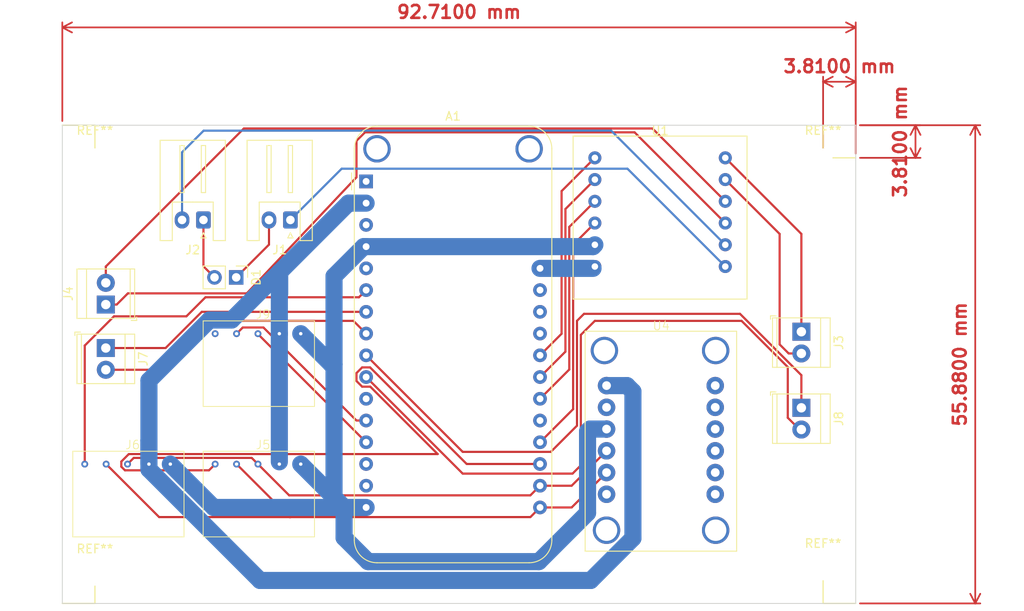
<source format=kicad_pcb>
(kicad_pcb (version 20221018) (generator pcbnew)
  (layers (0 "F.Cu" signal) (31 "B.Cu" signal) (34 "B.Paste" user) (35 "F.Paste" user) (36 "B.SilkS" user "B.Silkscreen") (37 "F.SilkS" user "F.Silkscreen") (38 "B.Mask" user) (39 "F.Mask" user) (44 "Edge.Cuts" user))
  (net 0 "")
  (net 2 "+3V3")
  (net 4 "GND")
  (net 6 "/INT")
  (net 7 "/ENCB_M2")
  (net 8 "/ENCA_M2")
  (net 9 "/ENCA_M1")
  (net 10 "/ENCB_M1")
  (net 12 "/SDA_2")
  (net 13 "/SCL_2")
  (net 16 "/SDA")
  (net 17 "/SCL")
  (net 18 "/PWM-M1")
  (net 19 "/DIR1-M1")
  (net 20 "/VbattMeas")
  (net 21 "/PWM-M2")
  (net 22 "/DIR1-M2")
  (net 23 "/RESET")
  (net 24 "/LED")
  (net 27 "/MCU_BAT+")
  (net 28 "Net-(D1-K)")
  (net 29 "/BATT+")
  (net 30 "/BATT_")
  (net 31 "Net-(D1-A)")
  (net 32 "/PWR_M1")
  (net 33 "/NEG_M1")
  (net 34 "/PWR_M2")
  (net 35 "/NEG_M2")
  (footprint "Connector_PinHeader_2.54mm:PinHeader_1x02_P2.54mm_Vertical" (layer "F.Cu") (at 119.38 83.82 -90)
    (fp_text reference "D1" (at 0 -2.33 90) (layer "F.SilkS"))
    (fp_text value "D")
    (fp_line (start -1.33 -1.33) (end 0 -1.33) (stroke (width 0.12)) (layer "F.SilkS"))
    (fp_line (start -1.33 0) (end -1.33 -1.33) (stroke (width 0.12)) (layer "F.SilkS"))
    (fp_line (start -1.33 1.27) (end -1.33 3.87) (stroke (width 0.12)) (layer "F.SilkS"))
    (fp_line (start -1.33 1.27) (end 1.33 1.27) (stroke (width 0.12)) (layer "F.SilkS"))
    (fp_line (start -1.33 3.87) (end 1.33 3.87) (stroke (width 0.12)) (layer "F.SilkS"))
    (fp_line (start 1.33 1.27) (end 1.33 3.87) (stroke (width 0.12)) (layer "F.SilkS"))
    (pad "1" thru_hole rect (at 0 0 270) (size 1.7 1.7) (drill 1) (layers "*.Cu" "*.Mask") (net 28 "Net-(D1-K)"))
    (pad "2" thru_hole oval (at 0 2.54 270) (size 1.7 1.7) (drill 1) (layers "*.Cu" "*.Mask") (net 31 "Net-(D1-A)"))
  )
  (footprint "MountingHole:MountingHole_2.2mm_M2" (layer "F.Cu") (at 187.96 118.11)
    (fp_text reference "REF**" (at 0 -3.2) (layer "F.SilkS"))
    (fp_text value "MountingHole_2.2mm_M2")
    (pad "" np_thru_hole circle (at 0 0) (size 2.2 2.2) (drill 2.2) (layers "*.Cu" "*.Mask"))
  )
  (footprint "380_footprint-lib:ICM-20948" (layer "F.Cu") (at 160.155 90.115)
    (fp_text reference "U4" (at 8.89 -0.635 unlocked) (layer "F.SilkS") (effects (font (thickness 0.1))))
    (fp_text value "ICM-20948-Adafruit")
    (fp_line (start 0 0) (end 17.7 0) (stroke (width 0.12)) (layer "F.SilkS"))
    (fp_line (start 0 25.7) (end 0 0) (stroke (width 0.12)) (layer "F.SilkS"))
    (fp_line (start 17.7 0) (end 17.7 25.7) (stroke (width 0.12)) (layer "F.SilkS"))
    (fp_line (start 17.7 25.7) (end 0 25.7) (stroke (width 0.12)) (layer "F.SilkS"))
    (pad "" np_thru_hole circle (at 2.25 2.25 270) (size 3.2 3.2) (drill 2.5) (layers "F&B.Cu" "*.Mask"))
    (pad "" np_thru_hole circle (at 2.5 23.25 270) (size 3.2 3.2) (drill 2.5) (layers "*.Cu" "*.Mask"))
    (pad "" np_thru_hole circle (at 15.25 2.25 270) (size 3.2 3.2) (drill 2.5) (layers "*.Cu" "*.Mask"))
    (pad "" np_thru_hole circle (at 15.25 23.25 270) (size 3.2 3.2) (drill 2.5) (layers "*.Cu" "*.Mask"))
    (pad "1" thru_hole circle (at 2.5 6.35) (size 2.04 2.04) (drill 1.02) (layers "*.Cu" "*.Mask") (net 2 "+3V3"))
    (pad "2" thru_hole circle (at 2.5 8.89) (size 2.04 2.04) (drill 1.02) (layers "*.Cu" "*.Mask"))
    (pad "3" thru_hole circle (at 2.5 11.43) (size 2.04 2.04) (drill 1.02) (layers "*.Cu" "*.Mask") (net 4 "GND"))
    (pad "4" thru_hole circle (at 2.5 13.97) (size 2.04 2.04) (drill 1.02) (layers "*.Cu" "*.Mask") (net 17 "/SCL"))
    (pad "5" thru_hole circle (at 2.5 16.51) (size 2.04 2.04) (drill 1.02) (layers "*.Cu" "*.Mask") (net 16 "/SDA"))
    (pad "6" thru_hole circle (at 2.5 19.05) (size 2.04 2.04) (drill 1.02) (layers "*.Cu" "*.Mask"))
    (pad "7" thru_hole circle (at 15.2 19.05) (size 2.04 2.04) (drill 1.02) (layers "*.Cu" "*.Mask"))
    (pad "8" thru_hole circle (at 15.2 16.51) (size 2.04 2.04) (drill 1.02) (layers "*.Cu" "*.Mask"))
    (pad "9" thru_hole circle (at 15.2 13.97) (size 2.04 2.04) (drill 1.02) (layers "*.Cu" "*.Mask"))
    (pad "10" thru_hole circle (at 15.2 11.43) (size 2.04 2.04) (drill 1.02) (layers "*.Cu" "*.Mask"))
    (pad "11" thru_hole circle (at 15.2 8.89) (size 2.04 2.04) (drill 1.02) (layers "*.Cu" "*.Mask"))
    (pad "12" thru_hole circle (at 15.2 6.35) (size 2.04 2.04) (drill 1.02) (layers "*.Cu" "*.Mask"))
  )
  (footprint "380_footprint-lib:Screw_terminal_TE_Connectivity" (layer "F.Cu") (at 104.14 86.995 90)
    (fp_text reference "J4" (at 1.27 -4.37 90) (layer "F.SilkS"))
    (fp_text value "Screw_Terminal_01x02")
    (fp_line (start -1.86 2.97) (end -1.86 3.61) (stroke (width 0.12)) (layer "F.SilkS"))
    (fp_line (start -1.86 3.61) (end -1.46 3.61) (stroke (width 0.12)) (layer "F.SilkS"))
    (fp_line (start -1.62 -3.37) (end -1.62 3.37) (stroke (width 0.12)) (layer "F.SilkS"))
    (fp_line (start -1.62 -3.37) (end 4.16 -3.37) (stroke (width 0.12)) (layer "F.SilkS"))
    (fp_line (start -1.62 -2.25) (end 4.16 -2.25) (stroke (width 0.12)) (layer "F.SilkS"))
    (fp_line (start -1.62 2.85) (end 4.16 2.85) (stroke (width 0.12)) (layer "F.SilkS"))
    (fp_line (start -1.62 3.37) (end 4.16 3.37) (stroke (width 0.12)) (layer "F.SilkS"))
    (fp_line (start 4.16 -3.37) (end 4.16 3.37) (stroke (width 0.12)) (layer "F.SilkS"))
    (pad "1" thru_hole rect (at 0 0 90) (size 2.1 2.1) (drill 1.1) (layers "*.Cu" "*.Mask") (net 35 "/NEG_M2"))
    (pad "2" thru_hole circle (at 2.54 0 90) (size 2.1 2.1) (drill 1.1) (layers "*.Cu" "*.Mask") (net 34 "/PWR_M2"))
  )
  (footprint "380_footprint-lib:JST_breakout" (layer "F.Cu") (at 115.52 88.9)
    (fp_text reference "J9" (at 7 -0.75 unlocked) (layer "F.SilkS") (effects (font (thickness 0.1))))
    (fp_text value "JST Breakout Board")
    (fp_line (start 0 0) (end 13 0) (stroke (width 0.1)) (layer "F.SilkS"))
    (fp_line (start 0 10) (end 0 0) (stroke (width 0.1)) (layer "F.SilkS"))
    (fp_line (start 13 0) (end 13 10) (stroke (width 0.1)) (layer "F.SilkS"))
    (fp_line (start 13 10) (end 0 10) (stroke (width 0.1)) (layer "F.SilkS"))
    (pad "1" thru_hole circle (at 1.4 1.5 90) (size 0.8 0.8) (drill 0.4) (layers "*.Cu" "*.Mask"))
    (pad "2" thru_hole circle (at 3.9 1.5 90) (size 0.8 0.8) (drill 0.4) (layers "*.Cu" "*.Mask") (net 12 "/SDA_2"))
    (pad "3" thru_hole circle (at 6.4 1.5 90) (size 0.8 0.8) (drill 0.4) (layers "*.Cu" "*.Mask") (net 13 "/SCL_2"))
    (pad "4" thru_hole circle (at 8.9 1.5 90) (size 0.8 0.8) (drill 0.4) (layers "*.Cu" "*.Mask") (net 2 "+3V3"))
    (pad "5" thru_hole circle (at 11.4 1.5 90) (size 0.8 0.8) (drill 0.4) (layers "*.Cu" "*.Mask") (net 4 "GND"))
  )
  (footprint "380_footprint-lib:DRI0044" (layer "F.Cu") (at 168.91 69.85)
    (fp_text reference "U1" (at 0 -3.175 unlocked) (layer "F.SilkS"))
    (fp_text value "TB6612FNG-Breakout")
    (fp_line (start -10.16 -2.54) (end 10.16 -2.54) (stroke (width 0.12)) (layer "F.SilkS"))
    (fp_line (start -10.16 16.51) (end -10.16 -2.54) (stroke (width 0.12)) (layer "F.SilkS"))
    (fp_line (start 0 -2.54) (end -10.16 -2.54) (stroke (width 0.12)) (layer "F.SilkS"))
    (fp_line (start 10.16 -2.54) (end 10.16 16.51) (stroke (width 0.12)) (layer "F.SilkS"))
    (fp_line (start 10.16 16.51) (end -10.16 16.51) (stroke (width 0.12)) (layer "F.SilkS"))
    (pad "1" thru_hole circle (at -7.62 0) (size 1.524 1.524) (drill 0.762) (layers "*.Cu" "*.Mask") (net 19 "/DIR1-M1"))
    (pad "2" thru_hole circle (at -7.62 2.54) (size 1.524 1.524) (drill 0.762) (layers "*.Cu" "*.Mask") (net 18 "/PWM-M1"))
    (pad "3" thru_hole circle (at -7.62 5.08) (size 1.524 1.524) (drill 0.762) (layers "*.Cu" "*.Mask") (net 21 "/PWM-M2"))
    (pad "4" thru_hole circle (at -7.62 7.62) (size 1.524 1.524) (drill 0.762) (layers "*.Cu" "*.Mask") (net 22 "/DIR1-M2"))
    (pad "5" thru_hole circle (at -7.62 10.16) (size 1.524 1.524) (drill 0.762) (layers "*.Cu" "*.Mask") (net 4 "GND"))
    (pad "6" thru_hole circle (at -7.62 12.7) (size 1.524 1.524) (drill 0.762) (layers "*.Cu" "*.Mask") (net 27 "/MCU_BAT+"))
    (pad "7" thru_hole circle (at 7.62 12.7) (size 1.524 1.524) (drill 0.762) (layers "*.Cu" "*.Mask") (net 29 "/BATT+"))
    (pad "8" thru_hole circle (at 7.62 10.16) (size 1.524 1.524) (drill 0.762) (layers "*.Cu" "*.Mask") (net 30 "/BATT_"))
    (pad "9" thru_hole circle (at 7.62 7.62) (size 1.524 1.524) (drill 0.762) (layers "*.Cu" "*.Mask") (net 35 "/NEG_M2"))
    (pad "10" thru_hole circle (at 7.62 5.08) (size 1.524 1.524) (drill 0.762) (layers "*.Cu" "*.Mask") (net 34 "/PWR_M2"))
    (pad "11" thru_hole circle (at 7.62 2.54) (size 1.524 1.524) (drill 0.762) (layers "*.Cu" "*.Mask") (net 33 "/NEG_M1"))
    (pad "12" thru_hole circle (at 7.62 0) (size 1.524 1.524) (drill 0.762) (layers "*.Cu" "*.Mask") (net 32 "/PWR_M1"))
  )
  (footprint "380_footprint-lib:Adafruit_Feather_M0_Adalogger" (layer "F.Cu") (at 134.56 72.605)
    (fp_text reference "A1" (at 10.16 -7.62) (layer "F.SilkS"))
    (fp_text value "Adafruit_Feather_M0_Adalogger")
    (fp_line (start -1.7 1) (end -1.7 -1) (stroke (width 0.12)) (layer "F.SilkS"))
    (fp_line (start -1.38 -3.81) (end -1.38 41.91) (stroke (width 0.12)) (layer "F.SilkS"))
    (fp_line (start 19.05 -6.46) (end 1.27 -6.46) (stroke (width 0.12)) (layer "F.SilkS"))
    (fp_line (start 19.05 44.56) (end 1.27 44.56) (stroke (width 0.12)) (layer "F.SilkS"))
    (fp_line (start 21.7 -3.81) (end 21.7 41.91) (stroke (width 0.12)) (layer "F.SilkS"))
    (fp_arc (start -1.38 -3.81) (mid -0.603833 -5.683833) (end 1.27 -6.46) (stroke (width 0.12)) (layer "F.SilkS"))
    (fp_arc (start 1.27 44.56) (mid -0.603833 43.783833) (end -1.38 41.91) (stroke (width 0.12)) (layer "F.SilkS"))
    (fp_arc (start 19.05 -6.46) (mid 20.923833 -5.683833) (end 21.7 -3.81) (stroke (width 0.12)) (layer "F.SilkS"))
    (fp_arc (start 21.7 41.91) (mid 20.923833 43.783833) (end 19.05 44.56) (stroke (width 0.12)) (layer "F.SilkS"))
    (pad "" np_thru_hole circle (at 1.27 -3.81 270) (size 3.2 3.2) (drill 2.5) (layers "*.Cu" "*.Mask"))
    (pad "" np_thru_hole circle (at 1.27 41.91 270) (size 2.54 2.54) (drill 2.54) (layers "*.Cu" "*.Mask"))
    (pad "" np_thru_hole circle (at 19.05 -3.81 270) (size 3.2 3.2) (drill 2.5) (layers "*.Cu" "*.Mask"))
    (pad "" np_thru_hole circle (at 19.05 41.91 270) (size 2.54 2.54) (drill 2.54) (layers "*.Cu" "*.Mask"))
    (pad "1" thru_hole rect (at 0 0 180) (size 1.6 1.6) (drill 0.8) (layers "*.Cu" "*.Mask"))
    (pad "2" thru_hole circle (at 0 2.54 180) (size 1.6 1.6) (drill 0.8) (layers "*.Cu" "*.Mask") (net 2 "+3V3"))
    (pad "3" thru_hole circle (at 0 5.08 180) (size 1.6 1.6) (drill 0.8) (layers "*.Cu" "*.Mask"))
    (pad "4" thru_hole circle (at 0 7.62 180) (size 1.6 1.6) (drill 0.8) (layers "*.Cu" "*.Mask") (net 4 "GND"))
    (pad "5" thru_hole circle (at 0 10.16 180) (size 1.6 1.6) (drill 0.8) (layers "*.Cu" "*.Mask"))
    (pad "6" thru_hole circle (at 0 12.7 180) (size 1.6 1.6) (drill 0.8) (layers "*.Cu" "*.Mask") (net 6 "/INT"))
    (pad "7" thru_hole circle (at 0 15.24 180) (size 1.6 1.6) (drill 0.8) (layers "*.Cu" "*.Mask") (net 7 "/ENCB_M2"))
    (pad "8" thru_hole circle (at 0 17.78 180) (size 1.6 1.6) (drill 0.8) (layers "*.Cu" "*.Mask") (net 8 "/ENCA_M2"))
    (pad "9" thru_hole circle (at 0 20.32 180) (size 1.6 1.6) (drill 0.8) (layers "*.Cu" "*.Mask") (net 9 "/ENCA_M1"))
    (pad "10" thru_hole circle (at 0 22.86 180) (size 1.6 1.6) (drill 0.8) (layers "*.Cu" "*.Mask") (net 10 "/ENCB_M1"))
    (pad "11" thru_hole circle (at 0 25.4 180) (size 1.6 1.6) (drill 0.8) (layers "*.Cu" "*.Mask"))
    (pad "12" thru_hole circle (at 0 27.94 180) (size 1.6 1.6) (drill 0.8) (layers "*.Cu" "*.Mask") (net 12 "/SDA_2"))
    (pad "13" thru_hole circle (at 0 30.48 180) (size 1.6 1.6) (drill 0.8) (layers "*.Cu" "*.Mask") (net 13 "/SCL_2"))
    (pad "14" thru_hole circle (at 0 33.02 180) (size 1.6 1.6) (drill 0.8) (layers "*.Cu" "*.Mask"))
    (pad "15" thru_hole circle (at 0 35.56 180) (size 1.6 1.6) (drill 0.8) (layers "*.Cu" "*.Mask"))
    (pad "16" thru_hole circle (at 0 38.1 180) (size 1.6 1.6) (drill 0.8) (layers "*.Cu" "*.Mask") (net 4 "GND"))
    (pad "17" thru_hole circle (at 20.32 38.1 180) (size 1.6 1.6) (drill 0.8) (layers "*.Cu" "*.Mask") (net 16 "/SDA"))
    (pad "18" thru_hole circle (at 20.32 35.56 180) (size 1.6 1.6) (drill 0.8) (layers "*.Cu" "*.Mask") (net 17 "/SCL"))
    (pad "19" thru_hole circle (at 20.32 33.02 180) (size 1.6 1.6) (drill 0.8) (layers "*.Cu" "*.Mask") (net 23 "/RESET"))
    (pad "20" thru_hole circle (at 20.32 30.48 180) (size 1.6 1.6) (drill 0.8) (layers "*.Cu" "*.Mask") (net 22 "/DIR1-M2"))
    (pad "21" thru_hole circle (at 20.32 27.94 180) (size 1.6 1.6) (drill 0.8) (layers "*.Cu" "*.Mask") (net 20 "/VbattMeas"))
    (pad "22" thru_hole circle (at 20.32 25.4 180) (size 1.6 1.6) (drill 0.8) (layers "*.Cu" "*.Mask") (net 21 "/PWM-M2"))
    (pad "23" thru_hole circle (at 20.32 22.86 180) (size 1.6 1.6) (drill 0.8) (layers "*.Cu" "*.Mask") (net 18 "/PWM-M1"))
    (pad "24" thru_hole circle (at 20.32 20.32 180) (size 1.6 1.6) (drill 0.8) (layers "*.Cu" "*.Mask") (net 19 "/DIR1-M1"))
    (pad "25" thru_hole circle (at 20.32 17.78 180) (size 1.6 1.6) (drill 0.8) (layers "*.Cu" "*.Mask") (net 24 "/LED"))
    (pad "26" thru_hole circle (at 20.32 15.24 180) (size 1.6 1.6) (drill 0.8) (layers "*.Cu" "*.Mask"))
    (pad "27" thru_hole circle (at 20.32 12.7 180) (size 1.6 1.6) (drill 0.8) (layers "*.Cu" "*.Mask"))
    (pad "28" thru_hole circle (at 20.32 10.16 180) (size 1.6 1.6) (drill 0.8) (layers "*.Cu" "*.Mask") (net 27 "/MCU_BAT+"))
  )
  (footprint "380_footprint-lib:JST_breakout" (layer "F.Cu") (at 115.52 104.14)
    (fp_text reference "J5" (at 7 -0.75 unlocked) (layer "F.SilkS") (effects (font (thickness 0.1))))
    (fp_text value "JST Breakout Board")
    (fp_line (start 0 0) (end 13 0) (stroke (width 0.1)) (layer "F.SilkS"))
    (fp_line (start 0 10) (end 0 0) (stroke (width 0.1)) (layer "F.SilkS"))
    (fp_line (start 13 0) (end 13 10) (stroke (width 0.1)) (layer "F.SilkS"))
    (fp_line (start 13 10) (end 0 10) (stroke (width 0.1)) (layer "F.SilkS"))
    (pad "1" thru_hole circle (at 1.4 1.5 90) (size 0.8 0.8) (drill 0.4) (layers "*.Cu" "*.Mask") (net 23 "/RESET"))
    (pad "2" thru_hole circle (at 3.9 1.5 90) (size 0.8 0.8) (drill 0.4) (layers "*.Cu" "*.Mask") (net 16 "/SDA"))
    (pad "3" thru_hole circle (at 6.4 1.5 90) (size 0.8 0.8) (drill 0.4) (layers "*.Cu" "*.Mask") (net 17 "/SCL"))
    (pad "4" thru_hole circle (at 8.9 1.5 90) (size 0.8 0.8) (drill 0.4) (layers "*.Cu" "*.Mask") (net 2 "+3V3"))
    (pad "5" thru_hole circle (at 11.4 1.5 90) (size 0.8 0.8) (drill 0.4) (layers "*.Cu" "*.Mask") (net 4 "GND"))
  )
  (footprint "Connector_JST:JST_XH_S2B-XH-A_1x02_P2.50mm_Horizontal" (layer "F.Cu") (at 125.71 77.11 180)
    (fp_text reference "J1" (at 1.25 -3.5) (layer "F.SilkS"))
    (fp_text value "M Battery 1")
    (fp_line (start -2.56 -2.41) (end -1.14 -2.41) (stroke (width 0.12)) (layer "F.SilkS"))
    (fp_line (start -2.56 9.31) (end -2.56 -2.41) (stroke (width 0.12)) (layer "F.SilkS"))
    (fp_line (start -1.14 -2.41) (end -1.14 2.09) (stroke (width 0.12)) (layer "F.SilkS"))
    (fp_line (start -1.14 2.09) (end 1.25 2.09) (stroke (width 0.12)) (layer "F.SilkS"))
    (fp_line (start -0.3 -2.1) (end 0.3 -2.1) (stroke (width 0.12)) (layer "F.SilkS"))
    (fp_line (start -0.25 3.2) (end -0.25 8.7) (stroke (width 0.12)) (layer "F.SilkS"))
    (fp_line (start -0.25 8.7) (end 0.25 8.7) (stroke (width 0.12)) (layer "F.SilkS"))
    (fp_line (start 0 -1.5) (end -0.3 -2.1) (stroke (width 0.12)) (layer "F.SilkS"))
    (fp_line (start 0.25 3.2) (end -0.25 3.2) (stroke (width 0.12)) (layer "F.SilkS"))
    (fp_line (start 0.25 8.7) (end 0.25 3.2) (stroke (width 0.12)) (layer "F.SilkS"))
    (fp_line (start 0.3 -2.1) (end 0 -1.5) (stroke (width 0.12)) (layer "F.SilkS"))
    (fp_line (start 1.25 9.31) (end -2.56 9.31) (stroke (width 0.12)) (layer "F.SilkS"))
    (fp_line (start 1.25 9.31) (end 5.06 9.31) (stroke (width 0.12)) (layer "F.SilkS"))
    (fp_line (start 2.25 3.2) (end 2.25 8.7) (stroke (width 0.12)) (layer "F.SilkS"))
    (fp_line (start 2.25 8.7) (end 2.75 8.7) (stroke (width 0.12)) (layer "F.SilkS"))
    (fp_line (start 2.75 3.2) (end 2.25 3.2) (stroke (width 0.12)) (layer "F.SilkS"))
    (fp_line (start 2.75 8.7) (end 2.75 3.2) (stroke (width 0.12)) (layer "F.SilkS"))
    (fp_line (start 3.64 -2.41) (end 3.64 2.09) (stroke (width 0.12)) (layer "F.SilkS"))
    (fp_line (start 3.64 2.09) (end 1.25 2.09) (stroke (width 0.12)) (layer "F.SilkS"))
    (fp_line (start 5.06 -2.41) (end 3.64 -2.41) (stroke (width 0.12)) (layer "F.SilkS"))
    (fp_line (start 5.06 9.31) (end 5.06 -2.41) (stroke (width 0.12)) (layer "F.SilkS"))
    (pad "1" thru_hole roundrect (at 0 0 180) (size 1.7 2) (drill 1) (layers "*.Cu" "*.Mask") (roundrect_rratio 0.147059) (net 29 "/BATT+"))
    (pad "2" thru_hole oval (at 2.5 0 180) (size 1.7 2) (drill 1) (layers "*.Cu" "*.Mask") (net 28 "Net-(D1-K)"))
  )
  (footprint "380_footprint-lib:Screw_terminal_TE_Connectivity" (layer "F.Cu") (at 185.42 99.06 -90)
    (fp_text reference "J8" (at 1.27 -4.37 90) (layer "F.SilkS"))
    (fp_text value "Screw_Terminal_01x02")
    (fp_line (start -1.86 2.97) (end -1.86 3.61) (stroke (width 0.12)) (layer "F.SilkS"))
    (fp_line (start -1.86 3.61) (end -1.46 3.61) (stroke (width 0.12)) (layer "F.SilkS"))
    (fp_line (start -1.62 -3.37) (end -1.62 3.37) (stroke (width 0.12)) (layer "F.SilkS"))
    (fp_line (start -1.62 -3.37) (end 4.16 -3.37) (stroke (width 0.12)) (layer "F.SilkS"))
    (fp_line (start -1.62 -2.25) (end 4.16 -2.25) (stroke (width 0.12)) (layer "F.SilkS"))
    (fp_line (start -1.62 2.85) (end 4.16 2.85) (stroke (width 0.12)) (layer "F.SilkS"))
    (fp_line (start -1.62 3.37) (end 4.16 3.37) (stroke (width 0.12)) (layer "F.SilkS"))
    (fp_line (start 4.16 -3.37) (end 4.16 3.37) (stroke (width 0.12)) (layer "F.SilkS"))
    (pad "1" thru_hole rect (at 0 0 270) (size 2.1 2.1) (drill 1.1) (layers "*.Cu" "*.Mask") (net 9 "/ENCA_M1"))
    (pad "2" thru_hole circle (at 2.54 0 270) (size 2.1 2.1) (drill 1.1) (layers "*.Cu" "*.Mask") (net 10 "/ENCB_M1"))
  )
  (footprint "MountingHole:MountingHole_2.2mm_M2" (layer "F.Cu") (at 102.87 69.85)
    (fp_text reference "REF**" (at 0 -3.2) (layer "F.SilkS"))
    (fp_text value "MountingHole_2.2mm_M2")
    (pad "" np_thru_hole circle (at 0 0) (size 2.2 2.2) (drill 2.2) (layers "*.Cu" "*.Mask"))
  )
  (footprint "MountingHole:MountingHole_2.2mm_M2" (layer "F.Cu") (at 187.96 69.85)
    (fp_text reference "REF**" (at 0 -3.2) (layer "F.SilkS"))
    (fp_text value "MountingHole_2.2mm_M2")
    (pad "" np_thru_hole circle (at 0 0) (size 2.2 2.2) (drill 2.2) (layers "*.Cu" "*.Mask"))
  )
  (footprint "380_footprint-lib:Screw_terminal_TE_Connectivity" (layer "F.Cu") (at 104.14 92.075 -90)
    (fp_text reference "J7" (at 1.27 -4.37 90) (layer "F.SilkS"))
    (fp_text value "Screw_Terminal_01x02")
    (fp_line (start -1.86 2.97) (end -1.86 3.61) (stroke (width 0.12)) (layer "F.SilkS"))
    (fp_line (start -1.86 3.61) (end -1.46 3.61) (stroke (width 0.12)) (layer "F.SilkS"))
    (fp_line (start -1.62 -3.37) (end -1.62 3.37) (stroke (width 0.12)) (layer "F.SilkS"))
    (fp_line (start -1.62 -3.37) (end 4.16 -3.37) (stroke (width 0.12)) (layer "F.SilkS"))
    (fp_line (start -1.62 -2.25) (end 4.16 -2.25) (stroke (width 0.12)) (layer "F.SilkS"))
    (fp_line (start -1.62 2.85) (end 4.16 2.85) (stroke (width 0.12)) (layer "F.SilkS"))
    (fp_line (start -1.62 3.37) (end 4.16 3.37) (stroke (width 0.12)) (layer "F.SilkS"))
    (fp_line (start 4.16 -3.37) (end 4.16 3.37) (stroke (width 0.12)) (layer "F.SilkS"))
    (pad "1" thru_hole rect (at 0 0 270) (size 2.1 2.1) (drill 1.1) (layers "*.Cu" "*.Mask") (net 7 "/ENCB_M2"))
    (pad "2" thru_hole circle (at 2.54 0 270) (size 2.1 2.1) (drill 1.1) (layers "*.Cu" "*.Mask") (net 8 "/ENCA_M2"))
  )
  (footprint "Connector_JST:JST_XH_S2B-XH-A_1x02_P2.50mm_Horizontal" (layer "F.Cu") (at 115.55 77.11 180)
    (fp_text reference "J2" (at 1.25 -3.5) (layer "F.SilkS"))
    (fp_text value "M Battery 1")
    (fp_line (start -2.56 -2.41) (end -1.14 -2.41) (stroke (width 0.12)) (layer "F.SilkS"))
    (fp_line (start -2.56 9.31) (end -2.56 -2.41) (stroke (width 0.12)) (layer "F.SilkS"))
    (fp_line (start -1.14 -2.41) (end -1.14 2.09) (stroke (width 0.12)) (layer "F.SilkS"))
    (fp_line (start -1.14 2.09) (end 1.25 2.09) (stroke (width 0.12)) (layer "F.SilkS"))
    (fp_line (start -0.3 -2.1) (end 0.3 -2.1) (stroke (width 0.12)) (layer "F.SilkS"))
    (fp_line (start -0.25 3.2) (end -0.25 8.7) (stroke (width 0.12)) (layer "F.SilkS"))
    (fp_line (start -0.25 8.7) (end 0.25 8.7) (stroke (width 0.12)) (layer "F.SilkS"))
    (fp_line (start 0 -1.5) (end -0.3 -2.1) (stroke (width 0.12)) (layer "F.SilkS"))
    (fp_line (start 0.25 3.2) (end -0.25 3.2) (stroke (width 0.12)) (layer "F.SilkS"))
    (fp_line (start 0.25 8.7) (end 0.25 3.2) (stroke (width 0.12)) (layer "F.SilkS"))
    (fp_line (start 0.3 -2.1) (end 0 -1.5) (stroke (width 0.12)) (layer "F.SilkS"))
    (fp_line (start 1.25 9.31) (end -2.56 9.31) (stroke (width 0.12)) (layer "F.SilkS"))
    (fp_line (start 1.25 9.31) (end 5.06 9.31) (stroke (width 0.12)) (layer "F.SilkS"))
    (fp_line (start 2.25 3.2) (end 2.25 8.7) (stroke (width 0.12)) (layer "F.SilkS"))
    (fp_line (start 2.25 8.7) (end 2.75 8.7) (stroke (width 0.12)) (layer "F.SilkS"))
    (fp_line (start 2.75 3.2) (end 2.25 3.2) (stroke (width 0.12)) (layer "F.SilkS"))
    (fp_line (start 2.75 8.7) (end 2.75 3.2) (stroke (width 0.12)) (layer "F.SilkS"))
    (fp_line (start 3.64 -2.41) (end 3.64 2.09) (stroke (width 0.12)) (layer "F.SilkS"))
    (fp_line (start 3.64 2.09) (end 1.25 2.09) (stroke (width 0.12)) (layer "F.SilkS"))
    (fp_line (start 5.06 -2.41) (end 3.64 -2.41) (stroke (width 0.12)) (layer "F.SilkS"))
    (fp_line (start 5.06 9.31) (end 5.06 -2.41) (stroke (width 0.12)) (layer "F.SilkS"))
    (pad "1" thru_hole roundrect (at 0 0 180) (size 1.7 2) (drill 1) (layers "*.Cu" "*.Mask") (roundrect_rratio 0.147059) (net 31 "Net-(D1-A)"))
    (pad "2" thru_hole oval (at 2.5 0 180) (size 1.7 2) (drill 1) (layers "*.Cu" "*.Mask") (net 30 "/BATT_"))
  )
  (footprint "380_footprint-lib:Screw_terminal_TE_Connectivity" (layer "F.Cu") (at 185.42 90.17 -90)
    (fp_text reference "J3" (at 1.27 -4.37 90) (layer "F.SilkS"))
    (fp_text value "Screw_Terminal_01x02")
    (fp_line (start -1.86 2.97) (end -1.86 3.61) (stroke (width 0.12)) (layer "F.SilkS"))
    (fp_line (start -1.86 3.61) (end -1.46 3.61) (stroke (width 0.12)) (layer "F.SilkS"))
    (fp_line (start -1.62 -3.37) (end -1.62 3.37) (stroke (width 0.12)) (layer "F.SilkS"))
    (fp_line (start -1.62 -3.37) (end 4.16 -3.37) (stroke (width 0.12)) (layer "F.SilkS"))
    (fp_line (start -1.62 -2.25) (end 4.16 -2.25) (stroke (width 0.12)) (layer "F.SilkS"))
    (fp_line (start -1.62 2.85) (end 4.16 2.85) (stroke (width 0.12)) (layer "F.SilkS"))
    (fp_line (start -1.62 3.37) (end 4.16 3.37) (stroke (width 0.12)) (layer "F.SilkS"))
    (fp_line (start 4.16 -3.37) (end 4.16 3.37) (stroke (width 0.12)) (layer "F.SilkS"))
    (pad "1" thru_hole rect (at 0 0 270) (size 2.1 2.1) (drill 1.1) (layers "*.Cu" "*.Mask") (net 32 "/PWR_M1"))
    (pad "2" thru_hole circle (at 2.54 0 270) (size 2.1 2.1) (drill 1.1) (layers "*.Cu" "*.Mask") (net 33 "/NEG_M1"))
  )
  (footprint "MountingHole:MountingHole_2.2mm_M2" (layer "F.Cu") (at 102.87 118.745)
    (fp_text reference "REF**" (at 0 -3.2) (layer "F.SilkS"))
    (fp_text value "MountingHole_2.2mm_M2")
    (pad "" np_thru_hole circle (at 0 0) (size 2.2 2.2) (drill 2.2) (layers "*.Cu" "*.Mask"))
  )
  (footprint "380_footprint-lib:JST_breakout" (layer "F.Cu") (at 100.28 104.14)
    (fp_text reference "J6" (at 7 -0.75 unlocked) (layer "F.SilkS") (effects (font (thickness 0.1))))
    (fp_text value "JST Breakout Board")
    (fp_line (start 0 0) (end 13 0) (stroke (width 0.1)) (layer "F.SilkS"))
    (fp_line (start 0 10) (end 0 0) (stroke (width 0.1)) (layer "F.SilkS"))
    (fp_line (start 13 0) (end 13 10) (stroke (width 0.1)) (layer "F.SilkS"))
    (fp_line (start 13 10) (end 0 10) (stroke (width 0.1)) (layer "F.SilkS"))
    (pad "1" thru_hole circle (at 1.4 1.5 90) (size 0.8 0.8) (drill 0.4) (layers "*.Cu" "*.Mask") (net 6 "/INT"))
    (pad "2" thru_hole circle (at 3.9 1.5 90) (size 0.8 0.8) (drill 0.4) (layers "*.Cu" "*.Mask") (net 16 "/SDA"))
    (pad "3" thru_hole circle (at 6.4 1.5 90) (size 0.8 0.8) (drill 0.4) (layers "*.Cu" "*.Mask") (net 17 "/SCL"))
    (pad "4" thru_hole circle (at 8.9 1.5 90) (size 0.8 0.8) (drill 0.4) (layers "*.Cu" "*.Mask") (net 2 "+3V3"))
    (pad "5" thru_hole circle (at 11.4 1.5 90) (size 0.8 0.8) (drill 0.4) (layers "*.Cu" "*.Mask") (net 4 "GND"))
  )
  (gr_line (start 99.06 121.92) (end 102.87 121.92) (stroke (width 0.15)) (layer "F.SilkS"))
  (gr_line (start 187.96 69.85) (end 187.96 66.04) (stroke (width 0.15)) (layer "F.SilkS"))
  (gr_line (start 102.87 121.92) (end 102.87 118.11) (stroke (width 0.15)) (layer "F.SilkS"))
  (gr_line (start 187.96 69.85) (end 191.77 69.85) (stroke (width 0.15)) (layer "F.SilkS"))
  (gr_line (start 187.96 121.92) (end 187.96 118.11) (stroke (width 0.15)) (layer "F.SilkS"))
  (gr_line (start 102.87 66.04) (end 102.87 69.85) (stroke (width 0.15)) (layer "F.SilkS"))
  (gr_line (start 99.06 66.04) (end 102.87 66.04) (stroke (width 0.15)) (layer "F.SilkS"))
  (gr_line (start 191.77 121.92) (end 187.96 121.92) (stroke (width 0.15)) (layer "F.SilkS"))
  (gr_line (start 191.77 121.92) (end 99.06 121.92) (stroke (width 0.1)) (layer "Edge.Cuts"))
  (gr_line (start 99.06 121.92) (end 99.06 66.04) (stroke (width 0.1)) (layer "Edge.Cuts"))
  (gr_line (start 191.77 66.04) (end 191.77 121.92) (stroke (width 0.1)) (layer "Edge.Cuts"))
  (gr_line (start 99.06 66.04) (end 191.77 66.04) (stroke (width 0.1)) (layer "Edge.Cuts"))
  (dimension (type aligned) (layer "F.Cu") (pts (xy 191.77 66.04) (xy 99.06 66.04)) (height 11.429999) (gr_text "92.7100 mm" (at 145.415 52.810001) (layer "F.Cu") (effects (font (size 1.5 1.5) (thickness 0.3)))) (format (prefix "") (suffix "") (units 3) (units_format 1) (precision 4)) (style (thickness 0.2) (arrow_length 1.27) (text_position_mode 0) (extension_height 0.58642) (extension_offset 0.5) keep_text_aligned))
  (dimension (type aligned) (layer "F.Cu") (pts (xy 191.77 66.04) (xy 191.77 121.92)) (height -13.97) (gr_text "55.8800 mm" (at 203.94 93.98 90) (layer "F.Cu") (effects (font (size 1.5 1.5) (thickness 0.3)))) (format (prefix "") (suffix "") (units 3) (units_format 1) (precision 4)) (style (thickness 0.2) (arrow_length 1.27) (text_position_mode 0) (extension_height 0.58642) (extension_offset 0.5) keep_text_aligned))
  (dimension (type aligned) (layer "F.Cu") (pts (xy 191.77 66.04) (xy 191.77 69.85)) (height -6.985) (gr_text "3.8100 mm" (at 196.955 67.945 90) (layer "F.Cu") (effects (font (size 1.5 1.5) (thickness 0.3)))) (format (prefix "") (suffix "") (units 3) (units_format 1) (precision 4)) (style (thickness 0.2) (arrow_length 1.27) (text_position_mode 0) (extension_height 0.58642) (extension_offset 0.5) keep_text_aligned))
  (dimension (type aligned) (layer "F.Cu") (pts (xy 191.77 69.85) (xy 187.96 69.85)) (height 8.89) (gr_text "3.8100 mm" (at 189.865 59.16) (layer "F.Cu") (effects (font (size 1.5 1.5) (thickness 0.3)))) (format (prefix "") (suffix "") (units 3) (units_format 1) (precision 4)) (style (thickness 0.2) (arrow_length 1.27) (text_position_mode 0) (extension_height 0.58642) (extension_offset 0.5) keep_text_aligned))
  (segment (start 132.5 75.145) (end 124.46 83.185) (width 2) (layer "B.Cu") (net 2))
  (segment (start 160.8 119.235) (end 165.735 114.3) (width 2) (layer "B.Cu") (net 2))
  (segment (start 165.045 96.465) (end 162.655 96.465) (width 2) (layer "B.Cu") (net 2))
  (segment (start 122.16373 119.235) (end 160.8 119.235) (width 2) (layer "B.Cu") (net 2))
  (segment (start 116.257258 88.8) (end 109.18 95.877258) (width 2) (layer "B.Cu") (net 2))
  (segment (start 109.18 106.25127) (end 122.16373 119.235) (width 2) (layer "B.Cu") (net 2))
  (segment (start 124.46 83.185) (end 124.46 85.725) (width 2) (layer "B.Cu") (net 2))
  (segment (start 109.18 95.877258) (end 109.18 102.87) (width 2) (layer "B.Cu") (net 2))
  (segment (start 124.42 85.765) (end 124.42 90.4) (width 2) (layer "B.Cu") (net 2))
  (segment (start 124.46 83.185) (end 118.845 88.8) (width 2) (layer "B.Cu") (net 2))
  (segment (start 109.18 102.87) (end 109.18 106.25127) (width 2) (layer "B.Cu") (net 2))
  (segment (start 165.735 97.155) (end 165.045 96.465) (width 2) (layer "B.Cu") (net 2))
  (segment (start 134.56 75.145) (end 134.56 75.625) (width 0.25) (layer "B.Cu") (net 2))
  (segment (start 109.18 99.614695) (end 109.22 99.574695) (width 0.25) (layer "B.Cu") (net 2))
  (segment (start 165.735 114.3) (end 165.735 97.155) (width 2) (layer "B.Cu") (net 2))
  (segment (start 109.18 105.64) (end 109.18 99.614695) (width 0.25) (layer "B.Cu") (net 2))
  (segment (start 124.42 90.4) (end 124.42 105.37) (width 2) (layer "B.Cu") (net 2))
  (segment (start 109.18 102.87) (end 109.18 105.64) (width 2) (layer "B.Cu") (net 2))
  (segment (start 118.845 88.8) (end 116.257258 88.8) (width 2) (layer "B.Cu") (net 2))
  (segment (start 134.56 75.145) (end 132.5 75.145) (width 2) (layer "B.Cu") (net 2))
  (segment (start 124.46 85.725) (end 124.42 85.765) (width 0.25) (layer "B.Cu") (net 2))
  (segment (start 130.81 109.53) (end 130.81 93.98) (width 2) (layer "B.Cu") (net 4))
  (segment (start 134.56 110.705) (end 131.985 110.705) (width 2) (layer "B.Cu") (net 4))
  (segment (start 130.81 93.98) (end 130.5 93.98) (width 2) (layer "B.Cu") (net 4))
  (segment (start 131.985 110.705) (end 117.055 110.705) (width 2) (layer "B.Cu") (net 4))
  (segment (start 134.271572 80.225) (end 134.56 80.225) (width 2) (layer "B.Cu") (net 4))
  (segment (start 130.81 83.686572) (end 134.271572 80.225) (width 2) (layer "B.Cu") (net 4))
  (segment (start 131.985 110.705) (end 131.985 114.233818) (width 2) (layer "B.Cu") (net 4))
  (segment (start 130.81 93.98) (end 130.81 83.686572) (width 2) (layer "B.Cu") (net 4))
  (segment (start 160.435 101.82) (end 160.71 101.545) (width 2) (layer "B.Cu") (net 4))
  (segment (start 134.786182 117.035) (end 154.745 117.035) (width 2) (layer "B.Cu") (net 4))
  (segment (start 154.745 117.035) (end 160.435 111.345) (width 2) (layer "B.Cu") (net 4))
  (segment (start 160.435 111.345) (end 160.435 101.82) (width 2) (layer "B.Cu") (net 4))
  (segment (start 117.055 110.705) (end 116.745 110.705) (width 2) (layer "B.Cu") (net 4))
  (segment (start 116.745 110.705) (end 111.68 105.64) (width 2) (layer "B.Cu") (net 4))
  (segment (start 131.985 114.233818) (end 134.786182 117.035) (width 2) (layer "B.Cu") (net 4))
  (segment (start 134.56 80.225) (end 161.075 80.225) (width 2) (layer "B.Cu") (net 4))
  (segment (start 160.71 101.545) (end 162.655 101.545) (width 2) (layer "B.Cu") (net 4))
  (segment (start 161.075 80.225) (end 161.29 80.01) (width 2) (layer "B.Cu") (net 4))
  (segment (start 130.5 93.98) (end 126.92 90.4) (width 2) (layer "B.Cu") (net 4))
  (segment (start 131.985 110.705) (end 130.81 109.53) (width 2) (layer "B.Cu") (net 4))
  (segment (start 131.985 110.705) (end 126.92 105.64) (width 2) (layer "B.Cu") (net 4))
  (segment (start 101.68 91.785) (end 105.095 88.37) (width 0.25) (layer "F.Cu") (net 6))
  (segment (start 133.72108 86.14392) (end 134.56 85.305) (width 0.25) (layer "F.Cu") (net 6))
  (segment (start 115.78608 86.14392) (end 133.72108 86.14392) (width 0.25) (layer "F.Cu") (net 6))
  (segment (start 105.095 88.37) (end 113.56 88.37) (width 0.25) (layer "F.Cu") (net 6))
  (segment (start 113.56 88.37) (end 115.78608 86.14392) (width 0.25) (layer "F.Cu") (net 6))
  (segment (start 101.68 105.64) (end 101.68 91.785) (width 0.25) (layer "F.Cu") (net 6))
  (segment (start 104.14 92.075) (end 111.125 92.075) (width 0.25) (layer "F.Cu") (net 7))
  (segment (start 111.125 92.075) (end 115.355 87.845) (width 0.25) (layer "F.Cu") (net 7))
  (segment (start 115.355 87.845) (end 134.56 87.845) (width 0.25) (layer "F.Cu") (net 7))
  (segment (start 109.855 94.615) (end 115.57 88.9) (width 0.25) (layer "F.Cu") (net 8))
  (segment (start 133.075 88.9) (end 134.56 90.385) (width 0.25) (layer "F.Cu") (net 8))
  (segment (start 115.57 88.9) (end 133.075 88.9) (width 0.25) (layer "F.Cu") (net 8))
  (segment (start 104.14 94.615) (end 109.855 94.615) (width 0.25) (layer "F.Cu") (net 8))
  (segment (start 134.56 92.925) (end 145.845 104.21) (width 0.25) (layer "F.Cu") (net 9))
  (segment (start 145.845 104.21) (end 156.14 104.21) (width 0.25) (layer "F.Cu") (net 9))
  (segment (start 160.02 88.08) (end 178.25 88.08) (width 0.25) (layer "F.Cu") (net 9))
  (segment (start 185.42 95.25) (end 185.42 99.06) (width 0.25) (layer "F.Cu") (net 9))
  (segment (start 159.2 101.15) (end 159.2 88.9) (width 0.25) (layer "F.Cu") (net 9))
  (segment (start 156.14 104.21) (end 159.2 101.15) (width 0.25) (layer "F.Cu") (net 9))
  (segment (start 178.25 88.08) (end 185.42 95.25) (width 0.25) (layer "F.Cu") (net 9))
  (segment (start 159.2 88.9) (end 160.02 88.08) (width 0.25) (layer "F.Cu") (net 9))
  (segment (start 183.831802 100.221802) (end 183.831802 94.298198) (width 0.25) (layer "F.Cu") (net 10))
  (segment (start 183.831802 94.298198) (end 178.433604 88.9) (width 0.25) (layer "F.Cu") (net 10))
  (segment (start 159.65 105.78) (end 158.68 106.75) (width 0.25) (layer "F.Cu") (net 10))
  (segment (start 178.433604 88.9) (end 161.29 88.9) (width 0.25) (layer "F.Cu") (net 10))
  (segment (start 158.68 106.75) (end 145.845 106.75) (width 0.25) (layer "F.Cu") (net 10))
  (segment (start 145.845 106.75) (end 134.56 95.465) (width 0.25) (layer "F.Cu") (net 10))
  (segment (start 185.21 101.6) (end 183.831802 100.221802) (width 0.25) (layer "F.Cu") (net 10))
  (segment (start 159.65 90.54) (end 159.65 105.78) (width 0.25) (layer "F.Cu") (net 10))
  (segment (start 161.29 88.9) (end 159.65 90.54) (width 0.25) (layer "F.Cu") (net 10))
  (segment (start 185.42 101.6) (end 185.21 101.6) (width 0.25) (layer "F.Cu") (net 10))
  (segment (start 122.55863 89.675) (end 120.145 89.675) (width 0.25) (layer "F.Cu") (net 12))
  (segment (start 133.42863 100.545) (end 122.55863 89.675) (width 0.25) (layer "F.Cu") (net 12))
  (segment (start 134.56 100.545) (end 133.42863 100.545) (width 0.25) (layer "F.Cu") (net 12))
  (segment (start 120.145 89.675) (end 119.42 90.4) (width 0.25) (layer "F.Cu") (net 12))
  (segment (start 121.92 90.445) (end 121.92 90.4) (width 0.25) (layer "F.Cu") (net 13))
  (segment (start 134.56 103.085) (end 121.92 90.445) (width 0.25) (layer "F.Cu") (net 13))
  (segment (start 158.575 110.705) (end 162.655 106.625) (width 0.25) (layer "F.Cu") (net 16))
  (segment (start 153.755 111.83) (end 125.73 111.83) (width 0.25) (layer "F.Cu") (net 16))
  (segment (start 110.37 111.83) (end 104.18 105.64) (width 0.25) (layer "F.Cu") (net 16))
  (segment (start 125.73 111.83) (end 110.37 111.83) (width 0.25) (layer "F.Cu") (net 16))
  (segment (start 154.88 110.705) (end 153.755 111.83) (width 0.25) (layer "F.Cu") (net 16))
  (segment (start 154.88 110.705) (end 158.575 110.705) (width 0.25) (layer "F.Cu") (net 16))
  (segment (start 125.61 111.83) (end 119.42 105.64) (width 0.25) (layer "F.Cu") (net 16))
  (segment (start 125.73 111.83) (end 125.61 111.83) (width 0.25) (layer "F.Cu") (net 16))
  (segment (start 125.57 109.29) (end 121.92 105.64) (width 0.25) (layer "F.Cu") (net 17))
  (segment (start 107.405 104.915) (end 106.68 105.64) (width 0.25) (layer "F.Cu") (net 17))
  (segment (start 153.755 109.29) (end 125.57 109.29) (width 0.25) (layer "F.Cu") (net 17))
  (segment (start 121.92 105.64) (end 121.195 104.915) (width 0.25) (layer "F.Cu") (net 17))
  (segment (start 154.88 108.165) (end 153.755 109.29) (width 0.25) (layer "F.Cu") (net 17))
  (segment (start 154.88 108.165) (end 158.575 108.165) (width 0.25) (layer "F.Cu") (net 17))
  (segment (start 158.575 108.165) (end 162.655 104.085) (width 0.25) (layer "F.Cu") (net 17))
  (segment (start 121.92 105.41) (end 121.92 105.64) (width 0.25) (layer "F.Cu") (net 17))
  (segment (start 121.195 104.915) (end 107.405 104.915) (width 0.25) (layer "F.Cu") (net 17))
  (segment (start 157.85 92.495) (end 157.85 75.83) (width 0.25) (layer "F.Cu") (net 18))
  (segment (start 157.85 75.83) (end 161.29 72.39) (width 0.25) (layer "F.Cu") (net 18))
  (segment (start 154.88 95.465) (end 157.85 92.495) (width 0.25) (layer "F.Cu") (net 18))
  (segment (start 154.88 92.925) (end 157.4 90.405) (width 0.25) (layer "F.Cu") (net 19))
  (segment (start 157.4 73.74) (end 161.29 69.85) (width 0.25) (layer "F.Cu") (net 19))
  (segment (start 157.4 90.405) (end 157.4 73.74) (width 0.25) (layer "F.Cu") (net 19))
  (segment (start 158.3 77.92) (end 161.29 74.93) (width 0.25) (layer "F.Cu") (net 21))
  (segment (start 154.88 98.005) (end 158.3 94.585) (width 0.25) (layer "F.Cu") (net 21))
  (segment (start 158.3 94.585) (end 158.3 77.92) (width 0.25) (layer "F.Cu") (net 21))
  (segment (start 158.75 99.215) (end 158.75 80.01) (width 0.25) (layer "F.Cu") (net 22))
  (segment (start 158.75 80.01) (end 161.29 77.47) (width 0.25) (layer "F.Cu") (net 22))
  (segment (start 154.88 103.085) (end 158.75 99.215) (width 0.25) (layer "F.Cu") (net 22))
  (segment (start 106.829695 104.465) (end 142.923604 104.465) (width 0.25) (layer "F.Cu") (net 23))
  (segment (start 116.195 106.365) (end 106.379695 106.365) (width 0.25) (layer "F.Cu") (net 23))
  (segment (start 146.310991 105.625) (end 154.88 105.625) (width 0.25) (layer "F.Cu") (net 23))
  (segment (start 134.094009 96.59) (end 133.435 95.930991) (width 0.25) (layer "F.Cu") (net 23))
  (segment (start 106.379695 106.365) (end 105.955 105.940305) (width 0.25) (layer "F.Cu") (net 23))
  (segment (start 133.435 95.930991) (end 133.435 94.999009) (width 0.25) (layer "F.Cu") (net 23))
  (segment (start 135.025991 94.34) (end 146.310991 105.625) (width 0.25) (layer "F.Cu") (net 23))
  (segment (start 134.094009 94.34) (end 135.025991 94.34) (width 0.25) (layer "F.Cu") (net 23))
  (segment (start 135.048604 96.59) (end 134.094009 96.59) (width 0.25) (layer "F.Cu") (net 23))
  (segment (start 116.92 105.64) (end 116.195 106.365) (width 0.25) (layer "F.Cu") (net 23))
  (segment (start 105.955 105.940305) (end 105.955 105.339695) (width 0.25) (layer "F.Cu") (net 23))
  (segment (start 142.923604 104.465) (end 135.048604 96.59) (width 0.25) (layer "F.Cu") (net 23))
  (segment (start 133.435 94.999009) (end 134.094009 94.34) (width 0.25) (layer "F.Cu") (net 23))
  (segment (start 105.955 105.339695) (end 106.829695 104.465) (width 0.25) (layer "F.Cu") (net 23))
  (segment (start 154.88 82.765) (end 161.075 82.765) (width 2) (layer "B.Cu") (net 27))
  (segment (start 161.075 82.765) (end 161.29 82.55) (width 0.25) (layer "B.Cu") (net 27))
  (segment (start 123.21 79.99) (end 119.38 83.82) (width 0.25) (layer "F.Cu") (net 28))
  (segment (start 123.21 77.11) (end 123.21 79.99) (width 0.25) (layer "F.Cu") (net 28))
  (segment (start 165.1 71.12) (end 131.7 71.12) (width 0.25) (layer "B.Cu") (net 29))
  (segment (start 131.7 71.12) (end 125.71 77.11) (width 0.25) (layer "B.Cu") (net 29))
  (segment (start 176.53 82.55) (end 165.1 71.12) (width 0.25) (layer "B.Cu") (net 29))
  (segment (start 176.53 80.01) (end 163.195 66.675) (width 0.25) (layer "B.Cu") (net 30))
  (segment (start 115.57 66.675) (end 113.05 69.195) (width 0.25) (layer "B.Cu") (net 30))
  (segment (start 163.195 66.675) (end 115.57 66.675) (width 0.25) (layer "B.Cu") (net 30))
  (segment (start 113.05 69.195) (end 113.05 77.11) (width 0.25) (layer "B.Cu") (net 30))
  (segment (start 116.84 83.82) (end 115.55 82.53) (width 0.25) (layer "F.Cu") (net 31))
  (segment (start 115.55 82.53) (end 115.55 77.11) (width 0.25) (layer "F.Cu") (net 31))
  (segment (start 176.53 69.85) (end 185.42 78.74) (width 0.25) (layer "F.Cu") (net 32))
  (segment (start 185.42 78.74) (end 185.42 90.17) (width 0.25) (layer "F.Cu") (net 32))
  (segment (start 185.42 92.71) (end 183.935076 92.71) (width 0.25) (layer "F.Cu") (net 33))
  (segment (start 182.88 78.74) (end 176.53 72.39) (width 0.25) (layer "F.Cu") (net 33))
  (segment (start 182.88 91.654924) (end 182.88 78.74) (width 0.25) (layer "F.Cu") (net 33))
  (segment (start 183.935076 92.71) (end 182.88 91.654924) (width 0.25) (layer "F.Cu") (net 33))
  (segment (start 167.64 66.42) (end 120.27 66.42) (width 0.25) (layer "F.Cu") (net 34))
  (segment (start 176.53 74.93) (end 168.02 66.42) (width 0.25) (layer "F.Cu") (net 34))
  (segment (start 120.27 66.42) (end 104.14 82.55) (width 0.25) (layer "F.Cu") (net 34))
  (segment (start 168.02 66.42) (end 167.64 66.42) (width 0.25) (layer "F.Cu") (net 34))
  (segment (start 104.14 82.55) (end 104.14 84.455) (width 0.25) (layer "F.Cu") (net 34))
  (segment (start 133.435 72.115) (end 133.435 67.86) (width 0.25) (layer "F.Cu") (net 35))
  (segment (start 133.435 67.86) (end 134.425 66.87) (width 0.25) (layer "F.Cu") (net 35))
  (segment (start 134.425 66.87) (end 165.93 66.87) (width 0.25) (layer "F.Cu") (net 35))
  (segment (start 120.61379 85.68879) (end 133.435 72.115) (width 0.25) (layer "F.Cu") (net 35))
  (segment (start 106.71621 85.68879) (end 105.41 86.995) (width 0.25) (layer "F.Cu") (net 35))
  (segment (start 105.41 86.995) (end 104.14 86.995) (width 0.25) (layer "F.Cu") (net 35))
  (segment (start 165.93 66.87) (end 176.53 77.47) (width 0.25) (layer "F.Cu") (net 35))
  (segment (start 120.61379 85.68879) (end 106.71621 85.68879) (width 0.25) (layer "F.Cu") (net 35))
)
</source>
